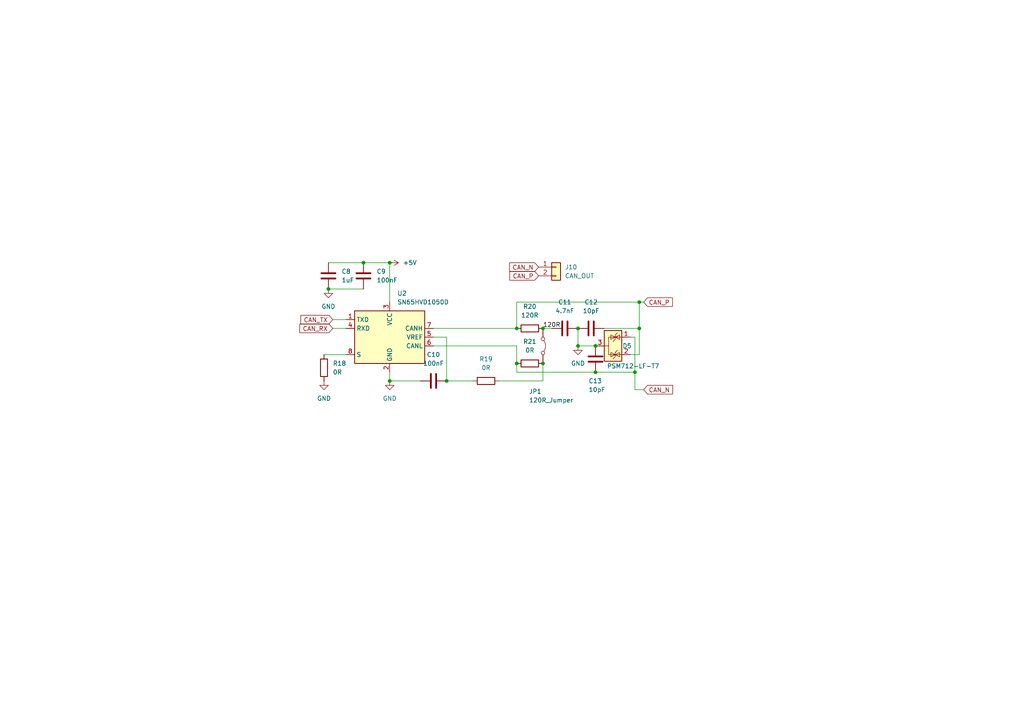
<source format=kicad_sch>
(kicad_sch (version 20231120) (generator "eeschema") (generator_version "8.0")
  (paper "A4")
  (title_block (title "CANBus Checkpoint") (date "2024-05-18") (rev "v1.1.0") (comment 1 "creativecommons.org/licenses/by-sa/4.0/") (comment 2 "License: CC BY-SA 4.0") (comment 3 "Author: Michael Smith"))
  (lib_symbols
    (symbol "Connector_Generic:Conn_01x02" (pin_names (offset 1.016) hide)
      (property "Reference" "J" (at 0 2.54 0))
      (property "Value" "Conn_01x02" (at 0 -5.08 0))
      (symbol "Conn_01x02_1_1"
        (rectangle (start -1.27 -2.413) (end 0 -2.667) (stroke (width 0.1524)))
        (rectangle (start -1.27 0.127) (end 0 -0.127) (stroke (width 0.1524)))
        (rectangle (start -1.27 1.27) (end 1.27 -3.81) (stroke (width 0.254)) (fill (type background)))
        (pin passive line (at -5.08 0 0) (length 3.81) (name "Pin_1") (number "1"))
        (pin passive line (at -5.08 -2.54 0) (length 3.81) (name "Pin_2") (number "2"))
      )
    )
    (symbol "Device:C" (pin_numbers hide) (pin_names (offset 0.254))
      (property "Reference" "C" (at 0.635 2.54 0))
      (property "Value" "C" (at 0.635 -2.54 0))
      (symbol "C_0_1"
        (polyline (pts (xy -2.032 -0.762) (xy 2.032 -0.762)) (stroke (width 0.508)))
        (polyline (pts (xy -2.032 0.762) (xy 2.032 0.762)) (stroke (width 0.508)))
      )
      (symbol "C_1_1"
        (pin passive line (at 0 3.81 270) (length 2.794) (name "~") (number "1"))
        (pin passive line (at 0 -3.81 90) (length 2.794) (name "~") (number "2"))
      )
    )
    (symbol "Device:R" (pin_numbers hide) (pin_names (offset 0))
      (property "Reference" "R" (at 2.032 0 90))
      (property "Value" "R" (at 0 0 90))
      (symbol "R_0_1"
        (rectangle (start -1.016 -2.54) (end 1.016 2.54) (stroke (width 0.254)))
      )
      (symbol "R_1_1"
        (pin passive line (at 0 3.81 270) (length 1.27) (name "~") (number "1"))
        (pin passive line (at 0 -3.81 90) (length 1.27) (name "~") (number "2"))
      )
    )
    (symbol "Interface_CAN_LIN:SN65HVD1050D"
      (property "Reference" "U" (at -8.89 8.89 0))
      (property "Value" "SN65HVD1050D" (at 1.27 8.89 0))
      (symbol "SN65HVD1050D_0_1"
        (rectangle (start -10.16 7.62) (end 10.16 -7.62) (stroke (width 0.254)) (fill (type background)))
      )
      (symbol "SN65HVD1050D_1_1"
        (pin input line (at -12.7 5.08 0) (length 2.54) (name "TXD") (number "1"))
        (pin power_in line (at 0 -10.16 90) (length 2.54) (name "GND") (number "2"))
        (pin power_in line (at 0 10.16 270) (length 2.54) (name "VCC") (number "3"))
        (pin output line (at -12.7 2.54 0) (length 2.54) (name "RXD") (number "4"))
        (pin passive line (at 12.7 0 180) (length 2.54) (name "VREF") (number "5"))
        (pin bidirectional line (at 12.7 -2.54 180) (length 2.54) (name "CANL") (number "6"))
        (pin bidirectional line (at 12.7 2.54 180) (length 2.54) (name "CANH") (number "7"))
        (pin input line (at -12.7 -5.08 0) (length 2.54) (name "S") (number "8"))
      )
    )
    (symbol "Jumper:Jumper_2_Bridged" (pin_numbers hide) (pin_names (offset 0) hide) (exclude_from_sim yes)
      (property "Reference" "JP" (at 0 1.905 0))
      (property "Value" "Jumper_2_Bridged" (at 0 -2.54 0))
      (symbol "Jumper_2_Bridged_0_0"
        (circle (center -2.032 0) (radius 0.508))
        (circle (center 2.032 0) (radius 0.508))
      )
      (symbol "Jumper_2_Bridged_0_1"
        (arc (start 1.524 0.254) (mid 0 0.762) (end -1.524 0.254))
      )
      (symbol "Jumper_2_Bridged_1_1"
        (pin passive line (at -5.08 0 0) (length 2.54) (name "A") (number "1"))
        (pin passive line (at 5.08 0 180) (length 2.54) (name "B") (number "2"))
      )
    )
    (symbol "Power_Protection:NUP2105L" (pin_names hide)
      (property "Reference" "D" (at 5.715 2.54 0))
      (property "Value" "NUP2105L" (at 5.715 0.635 0))
      (symbol "NUP2105L_0_0"
        (pin passive line (at 0 -5.08 90) (length 2.54) (name "A") (number "3"))
      )
      (symbol "NUP2105L_0_1"
        (rectangle (start -4.445 2.54) (end 4.445 -2.54) (stroke (width 0.254)) (fill (type background)))
        (polyline (pts (xy -2.54 2.54) (xy -2.54 0.635)))
        (polyline (pts (xy 0 -1.27) (xy 0 -2.54)))
        (polyline (pts (xy 2.54 2.54) (xy 2.54 0.635)))
        (polyline (pts (xy -3.81 1.27) (xy -3.175 0.635) (xy -1.905 0.635) (xy -1.27 0)))
        (polyline (pts (xy -2.54 0.635) (xy -2.54 -1.27) (xy 2.54 -1.27) (xy 2.54 0.635)))
        (polyline (pts (xy -2.54 0.635) (xy -1.905 -0.635) (xy -3.175 -0.635) (xy -2.54 0.635)))
        (polyline (pts (xy 2.54 0.635) (xy 1.905 -0.635) (xy 3.175 -0.635) (xy 2.54 0.635)))
        (polyline (pts (xy 2.54 0.635) (xy 3.175 1.905) (xy 1.905 1.905) (xy 2.54 0.635)))
        (polyline (pts (xy -2.54 0.635) (xy -3.175 1.905) (xy -1.905 1.905) (xy -2.54 0.635) (xy -2.54 1.27)))
        (polyline (pts (xy 1.27 1.27) (xy 1.905 0.635) (xy 2.54 0.635) (xy 3.175 0.635) (xy 3.81 0)))
      )
      (symbol "NUP2105L_1_1"
        (pin passive line (at -2.54 5.08 270) (length 2.54) (name "K") (number "1"))
        (pin passive line (at 2.54 5.08 270) (length 2.54) (name "K") (number "2"))
      )
    )
    (symbol "power:+5V" (power) (pin_numbers hide) (pin_names (offset 0) hide)
      (property "Value" "+5V" (at 0 3.556 0))
      (symbol "+5V_0_1"
        (polyline (pts (xy -0.762 1.27) (xy 0 2.54)))
        (polyline (pts (xy 0 0) (xy 0 2.54)))
        (polyline (pts (xy 0 2.54) (xy 0.762 1.27)))
      )
      (symbol "+5V_1_1"
        (pin power_in line (at 0 0 90) (length 0) (name "~") (number "1"))
      )
    )
    (symbol "power:GND" (power) (pin_numbers hide) (pin_names (offset 0) hide)
      (property "Value" "GND" (at 0 -3.81 0))
      (symbol "GND_0_1"
        (polyline (pts (xy 0 0) (xy 0 -1.27) (xy 1.27 -1.27) (xy 0 -2.54) (xy -1.27 -1.27) (xy 0 -1.27)))
      )
      (symbol "GND_1_1"
        (pin power_in line (at 0 0 270) (length 0) (name "~") (number "1"))
      )
    )
  )
  (junction (at 157.48 105.41))
  (junction (at 149.86 95.25))
  (junction (at 184.15 107.95))
  (junction (at 157.48 95.25))
  (junction (at 167.64 100.33))
  (junction (at 185.42 87.63))
  (junction (at 172.72 100.33))
  (junction (at 172.72 107.95))
  (junction (at 95.25 83.82))
  (junction (at 185.42 95.25))
  (junction (at 167.64 95.25))
  (junction (at 129.54 110.49))
  (junction (at 149.86 105.41))
  (junction (at 105.41 76.2))
  (junction (at 113.03 110.49))
  (junction (at 113.03 76.2))
  (wire (pts (xy 95.25 83.82) (xy 105.41 83.82)))
  (wire (pts (xy 96.52 95.25) (xy 100.33 95.25)))
  (wire (pts (xy 105.41 76.2) (xy 113.03 76.2)))
  (wire (pts (xy 149.86 100.33) (xy 149.86 105.41)))
  (wire (pts (xy 113.03 76.2) (xy 113.03 87.63)))
  (wire (pts (xy 125.73 100.33) (xy 149.86 100.33)))
  (wire (pts (xy 172.72 107.95) (xy 184.15 107.95)))
  (wire (pts (xy 129.54 97.79) (xy 129.54 110.49)))
  (wire (pts (xy 184.15 113.03) (xy 186.69 113.03)))
  (wire (pts (xy 185.42 87.63) (xy 186.69 87.63)))
  (wire (pts (xy 149.86 107.95) (xy 149.86 105.41)))
  (wire (pts (xy 125.73 95.25) (xy 149.86 95.25)))
  (wire (pts (xy 149.86 107.95) (xy 172.72 107.95)))
  (wire (pts (xy 125.73 97.79) (xy 129.54 97.79)))
  (wire (pts (xy 144.78 110.49) (xy 157.48 110.49)))
  (wire (pts (xy 95.25 76.2) (xy 105.41 76.2)))
  (wire (pts (xy 182.88 102.87) (xy 185.42 102.87)))
  (wire (pts (xy 175.26 95.25) (xy 185.42 95.25)))
  (wire (pts (xy 93.98 102.87) (xy 100.33 102.87)))
  (wire (pts (xy 149.86 87.63) (xy 185.42 87.63)))
  (wire (pts (xy 157.48 95.25) (xy 160.02 95.25)))
  (wire (pts (xy 167.64 100.33) (xy 172.72 100.33)))
  (wire (pts (xy 167.64 95.25) (xy 167.64 100.33)))
  (wire (pts (xy 184.15 97.79) (xy 184.15 107.95)))
  (wire (pts (xy 113.03 107.95) (xy 113.03 110.49)))
  (wire (pts (xy 185.42 95.25) (xy 185.42 87.63)))
  (wire (pts (xy 129.54 110.49) (xy 137.16 110.49)))
  (wire (pts (xy 157.48 110.49) (xy 157.48 105.41)))
  (wire (pts (xy 184.15 107.95) (xy 184.15 113.03)))
  (wire (pts (xy 113.03 110.49) (xy 121.92 110.49)))
  (wire (pts (xy 185.42 102.87) (xy 185.42 95.25)))
  (wire (pts (xy 96.52 92.71) (xy 100.33 92.71)))
  (wire (pts (xy 182.88 97.79) (xy 184.15 97.79)))
  (wire (pts (xy 149.86 95.25) (xy 149.86 87.63)))
  (label "120R" (at 157.48 95.25 0))
  (global_label "CAN_RX" (shape input) (at 96.52 95.25 180) (property "Intersheetrefs" "${INTERSHEET_REFS}" (effects (hide yes))))
  (global_label "CAN_P" (shape input) (at 186.69 87.63 0) (property "Intersheetrefs" "${INTERSHEET_REFS}" (effects (hide yes))))
  (global_label "CAN_P" (shape input) (at 156.21 80.01 180) (property "Intersheetrefs" "${INTERSHEET_REFS}" (effects (hide yes))))
  (global_label "CAN_TX" (shape input) (at 96.52 92.71 180) (property "Intersheetrefs" "${INTERSHEET_REFS}" (effects (hide yes))))
  (global_label "CAN_N" (shape input) (at 186.69 113.03 0) (property "Intersheetrefs" "${INTERSHEET_REFS}" (effects (hide yes))))
  (global_label "CAN_N" (shape input) (at 156.21 77.47 180) (property "Intersheetrefs" "${INTERSHEET_REFS}" (effects (hide yes))))
  (symbol (lib_id "Device:C") (at 105.41 80.01 180) (unit 1)
    (property "Reference" "C9" (at 109.22 78.7399 0) (effects (justify right)))
    (property "Value" "100nF" (at 109.22 81.2799 0) (effects (justify right)))
    (property "Footprint" "Capacitor_SMD:C_0402_1005Metric" (effects (hide yes)))
    (property "Description" "Unpolarized capacitor" (effects (hide yes)))
  )
  (symbol (lib_id "power:GND") (at 95.25 83.82 0) (unit 1)
    (property "Reference" "#PWR019" (effects (hide yes)))
    (property "Value" "GND" (at 95.25 88.9 0))
    (property "Description" "Power symbol creates a global label with name \"GND\" , ground" (effects (hide yes)))
  )
  (symbol (lib_id "power:GND") (at 93.98 110.49 0) (unit 1)
    (property "Reference" "#PWR018" (effects (hide yes)))
    (property "Value" "GND" (at 93.98 115.57 0))
    (property "Description" "Power symbol creates a global label with name \"GND\" , ground" (effects (hide yes)))
  )
  (symbol (lib_id "Device:C") (at 95.25 80.01 180) (unit 1)
    (property "Reference" "C8" (at 99.06 78.7399 0) (effects (justify right)))
    (property "Value" "1uF" (at 99.06 81.2799 0) (effects (justify right)))
    (property "Footprint" "Capacitor_SMD:C_0603_1608Metric" (effects (hide yes)))
    (property "Description" "Unpolarized capacitor" (effects (hide yes)))
  )
  (symbol (lib_id "Device:C") (at 125.73 110.49 90) (unit 1)
    (property "Reference" "C10" (at 125.73 102.87 90))
    (property "Value" "100nF" (at 125.73 105.41 90))
    (property "Footprint" "Capacitor_SMD:C_0402_1005Metric" (effects (hide yes)))
    (property "Description" "Unpolarized capacitor" (effects (hide yes)))
  )
  (symbol (lib_id "power:+5V") (at 113.03 76.2 270) (unit 1)
    (property "Reference" "#PWR020" (effects (hide yes)))
    (property "Value" "+5V" (at 116.84 76.1999 90) (effects (justify left)))
    (property "Description" "Power symbol creates a global label with name \"+5V\"" (effects (hide yes)))
  )
  (symbol (lib_id "Interface_CAN_LIN:SN65HVD1050D") (at 113.03 97.79 0) (unit 1)
    (property "Reference" "U2" (at 115.2241 85.09 0) (effects (justify left)))
    (property "Value" "SN65HVD1050D" (at 115.2241 87.63 0) (effects (justify left)))
    (property "Footprint" "Package_SO:SOIC-8_3.9x4.9mm_P1.27mm" (effects (hide yes)))
    (property "Datasheet" "http://www.ti.com/lit/ds/symlink/sn65hvd1050.pdf" (effects (hide yes)))
    (property "Description" "CAN Bus Transceiver, EMC optimised, 5.0V, 1Mbps, SOIC-8" (effects (hide yes)))
  )
  (symbol (lib_id "Device:R") (at 153.67 95.25 90) (unit 1)
    (property "Reference" "R20" (at 153.67 88.9 90))
    (property "Value" "120R" (at 153.67 91.44 90))
    (property "Footprint" "Resistor_SMD:R_0603_1608Metric" (effects (hide yes)))
    (property "Description" "Resistor" (effects (hide yes)))
  )
  (symbol (lib_id "Device:R") (at 153.67 105.41 90) (unit 1)
    (property "Reference" "R21" (at 153.67 99.06 90))
    (property "Value" "0R" (at 153.67 101.6 90))
    (property "Footprint" "Resistor_SMD:R_0603_1608Metric" (effects (hide yes)))
    (property "Description" "Resistor" (effects (hide yes)))
  )
  (symbol (lib_id "Device:R") (at 140.97 110.49 90) (unit 1)
    (property "Reference" "R19" (at 140.97 104.14 90))
    (property "Value" "0R" (at 140.97 106.68 90))
    (property "Footprint" "Resistor_SMD:R_0603_1608Metric" (effects (hide yes)))
    (property "Description" "Resistor" (effects (hide yes)))
  )
  (symbol (lib_id "Device:R") (at 93.98 106.68 180) (unit 1)
    (property "Reference" "R18" (at 96.52 105.4099 0) (effects (justify right)))
    (property "Value" "0R" (at 96.52 107.9499 0) (effects (justify right)))
    (property "Footprint" "Resistor_SMD:R_0603_1608Metric" (effects (hide yes)))
    (property "Description" "Resistor" (effects (hide yes)))
  )
  (symbol (lib_id "Device:C") (at 171.45 95.25 90) (unit 1)
    (property "Reference" "C12" (at 171.45 87.63 90))
    (property "Value" "10pF" (at 171.45 90.17 90))
    (property "Footprint" "Capacitor_SMD:C_0603_1608Metric" (effects (hide yes)))
    (property "Description" "Unpolarized capacitor" (effects (hide yes)))
  )
  (symbol (lib_id "power:GND") (at 113.03 110.49 0) (unit 1)
    (property "Reference" "#PWR021" (effects (hide yes)))
    (property "Value" "GND" (at 113.03 115.57 0))
    (property "Description" "Power symbol creates a global label with name \"GND\" , ground" (effects (hide yes)))
  )
  (symbol (lib_id "Power_Protection:NUP2105L") (at 177.8 100.33 270) (unit 1)
    (property "Reference" "D5" (at 181.864 100.33 90))
    (property "Value" "PSM712-LF-T7" (at 183.642 106.172 90))
    (property "Footprint" "Package_TO_SOT_SMD:SOT-23" (effects (hide yes)))
    (property "Datasheet" "https://www.onsemi.com/pub_link/Collateral/NUP2105L-D.PDF" (effects (hide yes)))
    (property "Description" "Dual Line CAN Bus Protector, 24Vrwm" (effects (hide yes)))
  )
  (symbol (lib_id "Connector_Generic:Conn_01x02") (at 161.29 77.47 0) (unit 1)
    (property "Reference" "J10" (at 163.83 77.4699 0) (effects (justify left)))
    (property "Value" "CAN_OUT" (at 163.83 80.0099 0) (effects (justify left)))
    (property "Footprint" "Connector_JST:JST_XH_B2B-XH-A_1x02_P2.50mm_Vertical" (effects (hide yes)))
    (property "Description" "Generic connector, single row, 01x02, script generated (kicad-library-utils/schlib/autogen/connector/)" (effects (hide yes)))
  )
  (symbol (lib_id "power:GND") (at 167.64 100.33 0) (unit 1)
    (property "Reference" "#PWR022" (effects (hide yes)))
    (property "Value" "GND" (at 167.64 105.41 0))
    (property "Description" "Power symbol creates a global label with name \"GND\" , ground" (effects (hide yes)))
  )
  (symbol (lib_id "Device:C") (at 163.83 95.25 90) (unit 1)
    (property "Reference" "C11" (at 163.83 87.63 90))
    (property "Value" "4.7nF" (at 163.83 90.17 90))
    (property "Footprint" "Capacitor_SMD:C_0603_1608Metric" (effects (hide yes)))
    (property "Description" "Unpolarized capacitor" (effects (hide yes)))
  )
  (symbol (lib_id "Jumper:Jumper_2_Bridged") (at 157.48 100.33 270) (unit 1) (exclude_from_sim yes)
    (property "Reference" "JP1" (at 153.416 113.538 90) (effects (justify left)))
    (property "Value" "120R_Jumper" (at 153.416 116.078 90) (effects (justify left)))
    (property "Footprint" "Connector_PinHeader_2.54mm:PinHeader_1x02_P2.54mm_Vertical" (effects (hide yes)))
    (property "Description" "Jumper, 2-pole, closed/bridged" (effects (hide yes)))
  )
  (symbol (lib_id "Device:C") (at 172.72 104.14 180) (unit 1)
    (property "Reference" "C13" (at 170.688 110.49 0) (effects (justify right)))
    (property "Value" "10pF" (at 170.688 113.03 0) (effects (justify right)))
    (property "Footprint" "Capacitor_SMD:C_0603_1608Metric" (effects (hide yes)))
    (property "Description" "Unpolarized capacitor" (effects (hide yes)))
  )
)
</source>
